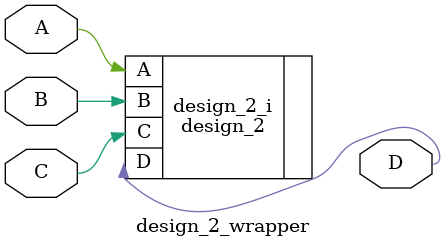
<source format=v>
`timescale 1 ps / 1 ps

module design_2_wrapper
   (A,
    B,
    C,
    D);
  input [0:0]A;
  input [0:0]B;
  input [0:0]C;
  output [0:0]D;

  wire [0:0]A;
  wire [0:0]B;
  wire [0:0]C;
  wire [0:0]D;

  design_2 design_2_i
       (.A(A),
        .B(B),
        .C(C),
        .D(D));
endmodule

</source>
